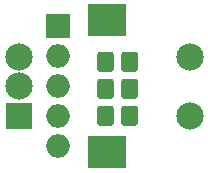
<source format=gts>
G04 #@! TF.GenerationSoftware,KiCad,Pcbnew,(5.1.5)-3*
G04 #@! TF.CreationDate,2020-09-13T15:21:19-04:00*
G04 #@! TF.ProjectId,RotaryEnc,526f7461-7279-4456-9e63-2e6b69636164,X1*
G04 #@! TF.SameCoordinates,Original*
G04 #@! TF.FileFunction,Soldermask,Top*
G04 #@! TF.FilePolarity,Negative*
%FSLAX46Y46*%
G04 Gerber Fmt 4.6, Leading zero omitted, Abs format (unit mm)*
G04 Created by KiCad (PCBNEW (5.1.5)-3) date 2020-09-13 15:21:19*
%MOMM*%
%LPD*%
G04 APERTURE LIST*
%ADD10R,2.004800X2.004800*%
%ADD11O,2.004800X2.004800*%
%ADD12C,0.150000*%
%ADD13C,2.304800*%
%ADD14R,3.304800X2.804800*%
%ADD15R,2.304800X2.304800*%
G04 APERTURE END LIST*
D10*
X19558000Y-16764000D03*
D11*
X19558000Y-19304000D03*
X19558000Y-21844000D03*
X19558000Y-24384000D03*
X19558000Y-26924000D03*
D12*
G36*
X26105139Y-23533123D02*
G01*
X26135839Y-23537677D01*
X26165945Y-23545218D01*
X26195167Y-23555674D01*
X26223224Y-23568944D01*
X26249845Y-23584899D01*
X26274773Y-23603388D01*
X26297770Y-23624230D01*
X26318612Y-23647227D01*
X26337101Y-23672155D01*
X26353056Y-23698776D01*
X26366326Y-23726833D01*
X26376782Y-23756055D01*
X26384323Y-23786161D01*
X26388877Y-23816861D01*
X26390400Y-23847860D01*
X26390400Y-24920140D01*
X26388877Y-24951139D01*
X26384323Y-24981839D01*
X26376782Y-25011945D01*
X26366326Y-25041167D01*
X26353056Y-25069224D01*
X26337101Y-25095845D01*
X26318612Y-25120773D01*
X26297770Y-25143770D01*
X26274773Y-25164612D01*
X26249845Y-25183101D01*
X26223224Y-25199056D01*
X26195167Y-25212326D01*
X26165945Y-25222782D01*
X26135839Y-25230323D01*
X26105139Y-25234877D01*
X26074140Y-25236400D01*
X25251860Y-25236400D01*
X25220861Y-25234877D01*
X25190161Y-25230323D01*
X25160055Y-25222782D01*
X25130833Y-25212326D01*
X25102776Y-25199056D01*
X25076155Y-25183101D01*
X25051227Y-25164612D01*
X25028230Y-25143770D01*
X25007388Y-25120773D01*
X24988899Y-25095845D01*
X24972944Y-25069224D01*
X24959674Y-25041167D01*
X24949218Y-25011945D01*
X24941677Y-24981839D01*
X24937123Y-24951139D01*
X24935600Y-24920140D01*
X24935600Y-23847860D01*
X24937123Y-23816861D01*
X24941677Y-23786161D01*
X24949218Y-23756055D01*
X24959674Y-23726833D01*
X24972944Y-23698776D01*
X24988899Y-23672155D01*
X25007388Y-23647227D01*
X25028230Y-23624230D01*
X25051227Y-23603388D01*
X25076155Y-23584899D01*
X25102776Y-23568944D01*
X25130833Y-23555674D01*
X25160055Y-23545218D01*
X25190161Y-23537677D01*
X25220861Y-23533123D01*
X25251860Y-23531600D01*
X26074140Y-23531600D01*
X26105139Y-23533123D01*
G37*
G36*
X24055139Y-23533123D02*
G01*
X24085839Y-23537677D01*
X24115945Y-23545218D01*
X24145167Y-23555674D01*
X24173224Y-23568944D01*
X24199845Y-23584899D01*
X24224773Y-23603388D01*
X24247770Y-23624230D01*
X24268612Y-23647227D01*
X24287101Y-23672155D01*
X24303056Y-23698776D01*
X24316326Y-23726833D01*
X24326782Y-23756055D01*
X24334323Y-23786161D01*
X24338877Y-23816861D01*
X24340400Y-23847860D01*
X24340400Y-24920140D01*
X24338877Y-24951139D01*
X24334323Y-24981839D01*
X24326782Y-25011945D01*
X24316326Y-25041167D01*
X24303056Y-25069224D01*
X24287101Y-25095845D01*
X24268612Y-25120773D01*
X24247770Y-25143770D01*
X24224773Y-25164612D01*
X24199845Y-25183101D01*
X24173224Y-25199056D01*
X24145167Y-25212326D01*
X24115945Y-25222782D01*
X24085839Y-25230323D01*
X24055139Y-25234877D01*
X24024140Y-25236400D01*
X23201860Y-25236400D01*
X23170861Y-25234877D01*
X23140161Y-25230323D01*
X23110055Y-25222782D01*
X23080833Y-25212326D01*
X23052776Y-25199056D01*
X23026155Y-25183101D01*
X23001227Y-25164612D01*
X22978230Y-25143770D01*
X22957388Y-25120773D01*
X22938899Y-25095845D01*
X22922944Y-25069224D01*
X22909674Y-25041167D01*
X22899218Y-25011945D01*
X22891677Y-24981839D01*
X22887123Y-24951139D01*
X22885600Y-24920140D01*
X22885600Y-23847860D01*
X22887123Y-23816861D01*
X22891677Y-23786161D01*
X22899218Y-23756055D01*
X22909674Y-23726833D01*
X22922944Y-23698776D01*
X22938899Y-23672155D01*
X22957388Y-23647227D01*
X22978230Y-23624230D01*
X23001227Y-23603388D01*
X23026155Y-23584899D01*
X23052776Y-23568944D01*
X23080833Y-23555674D01*
X23110055Y-23545218D01*
X23140161Y-23537677D01*
X23170861Y-23533123D01*
X23201860Y-23531600D01*
X24024140Y-23531600D01*
X24055139Y-23533123D01*
G37*
G36*
X26105139Y-18961123D02*
G01*
X26135839Y-18965677D01*
X26165945Y-18973218D01*
X26195167Y-18983674D01*
X26223224Y-18996944D01*
X26249845Y-19012899D01*
X26274773Y-19031388D01*
X26297770Y-19052230D01*
X26318612Y-19075227D01*
X26337101Y-19100155D01*
X26353056Y-19126776D01*
X26366326Y-19154833D01*
X26376782Y-19184055D01*
X26384323Y-19214161D01*
X26388877Y-19244861D01*
X26390400Y-19275860D01*
X26390400Y-20348140D01*
X26388877Y-20379139D01*
X26384323Y-20409839D01*
X26376782Y-20439945D01*
X26366326Y-20469167D01*
X26353056Y-20497224D01*
X26337101Y-20523845D01*
X26318612Y-20548773D01*
X26297770Y-20571770D01*
X26274773Y-20592612D01*
X26249845Y-20611101D01*
X26223224Y-20627056D01*
X26195167Y-20640326D01*
X26165945Y-20650782D01*
X26135839Y-20658323D01*
X26105139Y-20662877D01*
X26074140Y-20664400D01*
X25251860Y-20664400D01*
X25220861Y-20662877D01*
X25190161Y-20658323D01*
X25160055Y-20650782D01*
X25130833Y-20640326D01*
X25102776Y-20627056D01*
X25076155Y-20611101D01*
X25051227Y-20592612D01*
X25028230Y-20571770D01*
X25007388Y-20548773D01*
X24988899Y-20523845D01*
X24972944Y-20497224D01*
X24959674Y-20469167D01*
X24949218Y-20439945D01*
X24941677Y-20409839D01*
X24937123Y-20379139D01*
X24935600Y-20348140D01*
X24935600Y-19275860D01*
X24937123Y-19244861D01*
X24941677Y-19214161D01*
X24949218Y-19184055D01*
X24959674Y-19154833D01*
X24972944Y-19126776D01*
X24988899Y-19100155D01*
X25007388Y-19075227D01*
X25028230Y-19052230D01*
X25051227Y-19031388D01*
X25076155Y-19012899D01*
X25102776Y-18996944D01*
X25130833Y-18983674D01*
X25160055Y-18973218D01*
X25190161Y-18965677D01*
X25220861Y-18961123D01*
X25251860Y-18959600D01*
X26074140Y-18959600D01*
X26105139Y-18961123D01*
G37*
G36*
X24055139Y-18961123D02*
G01*
X24085839Y-18965677D01*
X24115945Y-18973218D01*
X24145167Y-18983674D01*
X24173224Y-18996944D01*
X24199845Y-19012899D01*
X24224773Y-19031388D01*
X24247770Y-19052230D01*
X24268612Y-19075227D01*
X24287101Y-19100155D01*
X24303056Y-19126776D01*
X24316326Y-19154833D01*
X24326782Y-19184055D01*
X24334323Y-19214161D01*
X24338877Y-19244861D01*
X24340400Y-19275860D01*
X24340400Y-20348140D01*
X24338877Y-20379139D01*
X24334323Y-20409839D01*
X24326782Y-20439945D01*
X24316326Y-20469167D01*
X24303056Y-20497224D01*
X24287101Y-20523845D01*
X24268612Y-20548773D01*
X24247770Y-20571770D01*
X24224773Y-20592612D01*
X24199845Y-20611101D01*
X24173224Y-20627056D01*
X24145167Y-20640326D01*
X24115945Y-20650782D01*
X24085839Y-20658323D01*
X24055139Y-20662877D01*
X24024140Y-20664400D01*
X23201860Y-20664400D01*
X23170861Y-20662877D01*
X23140161Y-20658323D01*
X23110055Y-20650782D01*
X23080833Y-20640326D01*
X23052776Y-20627056D01*
X23026155Y-20611101D01*
X23001227Y-20592612D01*
X22978230Y-20571770D01*
X22957388Y-20548773D01*
X22938899Y-20523845D01*
X22922944Y-20497224D01*
X22909674Y-20469167D01*
X22899218Y-20439945D01*
X22891677Y-20409839D01*
X22887123Y-20379139D01*
X22885600Y-20348140D01*
X22885600Y-19275860D01*
X22887123Y-19244861D01*
X22891677Y-19214161D01*
X22899218Y-19184055D01*
X22909674Y-19154833D01*
X22922944Y-19126776D01*
X22938899Y-19100155D01*
X22957388Y-19075227D01*
X22978230Y-19052230D01*
X23001227Y-19031388D01*
X23026155Y-19012899D01*
X23052776Y-18996944D01*
X23080833Y-18983674D01*
X23110055Y-18973218D01*
X23140161Y-18965677D01*
X23170861Y-18961123D01*
X23201860Y-18959600D01*
X24024140Y-18959600D01*
X24055139Y-18961123D01*
G37*
G36*
X24055139Y-21247123D02*
G01*
X24085839Y-21251677D01*
X24115945Y-21259218D01*
X24145167Y-21269674D01*
X24173224Y-21282944D01*
X24199845Y-21298899D01*
X24224773Y-21317388D01*
X24247770Y-21338230D01*
X24268612Y-21361227D01*
X24287101Y-21386155D01*
X24303056Y-21412776D01*
X24316326Y-21440833D01*
X24326782Y-21470055D01*
X24334323Y-21500161D01*
X24338877Y-21530861D01*
X24340400Y-21561860D01*
X24340400Y-22634140D01*
X24338877Y-22665139D01*
X24334323Y-22695839D01*
X24326782Y-22725945D01*
X24316326Y-22755167D01*
X24303056Y-22783224D01*
X24287101Y-22809845D01*
X24268612Y-22834773D01*
X24247770Y-22857770D01*
X24224773Y-22878612D01*
X24199845Y-22897101D01*
X24173224Y-22913056D01*
X24145167Y-22926326D01*
X24115945Y-22936782D01*
X24085839Y-22944323D01*
X24055139Y-22948877D01*
X24024140Y-22950400D01*
X23201860Y-22950400D01*
X23170861Y-22948877D01*
X23140161Y-22944323D01*
X23110055Y-22936782D01*
X23080833Y-22926326D01*
X23052776Y-22913056D01*
X23026155Y-22897101D01*
X23001227Y-22878612D01*
X22978230Y-22857770D01*
X22957388Y-22834773D01*
X22938899Y-22809845D01*
X22922944Y-22783224D01*
X22909674Y-22755167D01*
X22899218Y-22725945D01*
X22891677Y-22695839D01*
X22887123Y-22665139D01*
X22885600Y-22634140D01*
X22885600Y-21561860D01*
X22887123Y-21530861D01*
X22891677Y-21500161D01*
X22899218Y-21470055D01*
X22909674Y-21440833D01*
X22922944Y-21412776D01*
X22938899Y-21386155D01*
X22957388Y-21361227D01*
X22978230Y-21338230D01*
X23001227Y-21317388D01*
X23026155Y-21298899D01*
X23052776Y-21282944D01*
X23080833Y-21269674D01*
X23110055Y-21259218D01*
X23140161Y-21251677D01*
X23170861Y-21247123D01*
X23201860Y-21245600D01*
X24024140Y-21245600D01*
X24055139Y-21247123D01*
G37*
G36*
X26105139Y-21247123D02*
G01*
X26135839Y-21251677D01*
X26165945Y-21259218D01*
X26195167Y-21269674D01*
X26223224Y-21282944D01*
X26249845Y-21298899D01*
X26274773Y-21317388D01*
X26297770Y-21338230D01*
X26318612Y-21361227D01*
X26337101Y-21386155D01*
X26353056Y-21412776D01*
X26366326Y-21440833D01*
X26376782Y-21470055D01*
X26384323Y-21500161D01*
X26388877Y-21530861D01*
X26390400Y-21561860D01*
X26390400Y-22634140D01*
X26388877Y-22665139D01*
X26384323Y-22695839D01*
X26376782Y-22725945D01*
X26366326Y-22755167D01*
X26353056Y-22783224D01*
X26337101Y-22809845D01*
X26318612Y-22834773D01*
X26297770Y-22857770D01*
X26274773Y-22878612D01*
X26249845Y-22897101D01*
X26223224Y-22913056D01*
X26195167Y-22926326D01*
X26165945Y-22936782D01*
X26135839Y-22944323D01*
X26105139Y-22948877D01*
X26074140Y-22950400D01*
X25251860Y-22950400D01*
X25220861Y-22948877D01*
X25190161Y-22944323D01*
X25160055Y-22936782D01*
X25130833Y-22926326D01*
X25102776Y-22913056D01*
X25076155Y-22897101D01*
X25051227Y-22878612D01*
X25028230Y-22857770D01*
X25007388Y-22834773D01*
X24988899Y-22809845D01*
X24972944Y-22783224D01*
X24959674Y-22755167D01*
X24949218Y-22725945D01*
X24941677Y-22695839D01*
X24937123Y-22665139D01*
X24935600Y-22634140D01*
X24935600Y-21561860D01*
X24937123Y-21530861D01*
X24941677Y-21500161D01*
X24949218Y-21470055D01*
X24959674Y-21440833D01*
X24972944Y-21412776D01*
X24988899Y-21386155D01*
X25007388Y-21361227D01*
X25028230Y-21338230D01*
X25051227Y-21317388D01*
X25076155Y-21298899D01*
X25102776Y-21282944D01*
X25130833Y-21269674D01*
X25160055Y-21259218D01*
X25190161Y-21251677D01*
X25220861Y-21247123D01*
X25251860Y-21245600D01*
X26074140Y-21245600D01*
X26105139Y-21247123D01*
G37*
D13*
X30756000Y-19384000D03*
X30756000Y-24384000D03*
D14*
X23756000Y-16284000D03*
X23756000Y-27484000D03*
D13*
X16256000Y-19384000D03*
X16256000Y-21884000D03*
D15*
X16256000Y-24384000D03*
M02*

</source>
